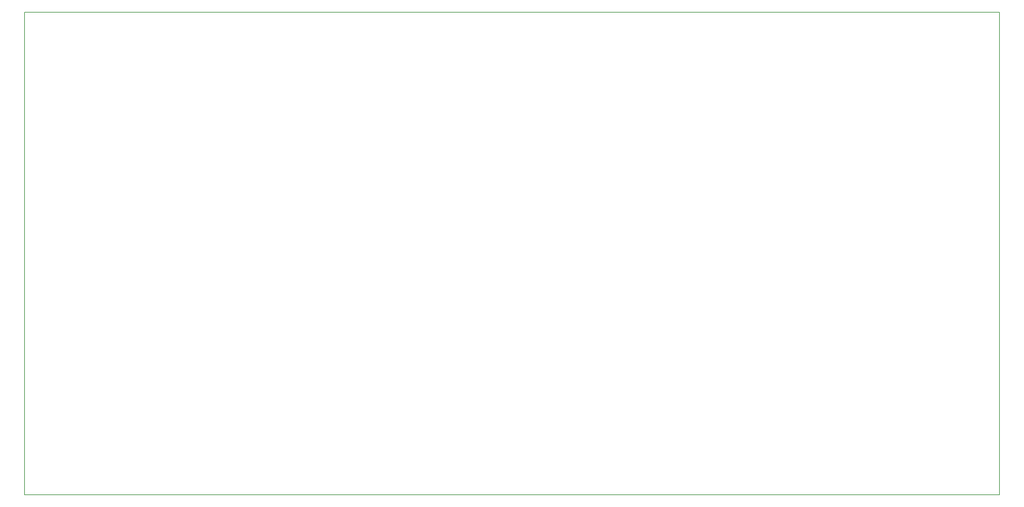
<source format=gbr>
%TF.GenerationSoftware,Novarm,DipTrace,3.3.1.1*%
%TF.CreationDate,2019-12-29T15:56:04+07:00*%
%FSLAX35Y35*%
%MOMM*%
%TF.FileFunction,Profile*%
%TF.Part,Single*%
%ADD11C,0.14*%
G75*
G01*
%LPD*%
X0Y0D2*
D11*
Y13000000D1*
X26250000D1*
Y0D1*
X0D1*
M02*

</source>
